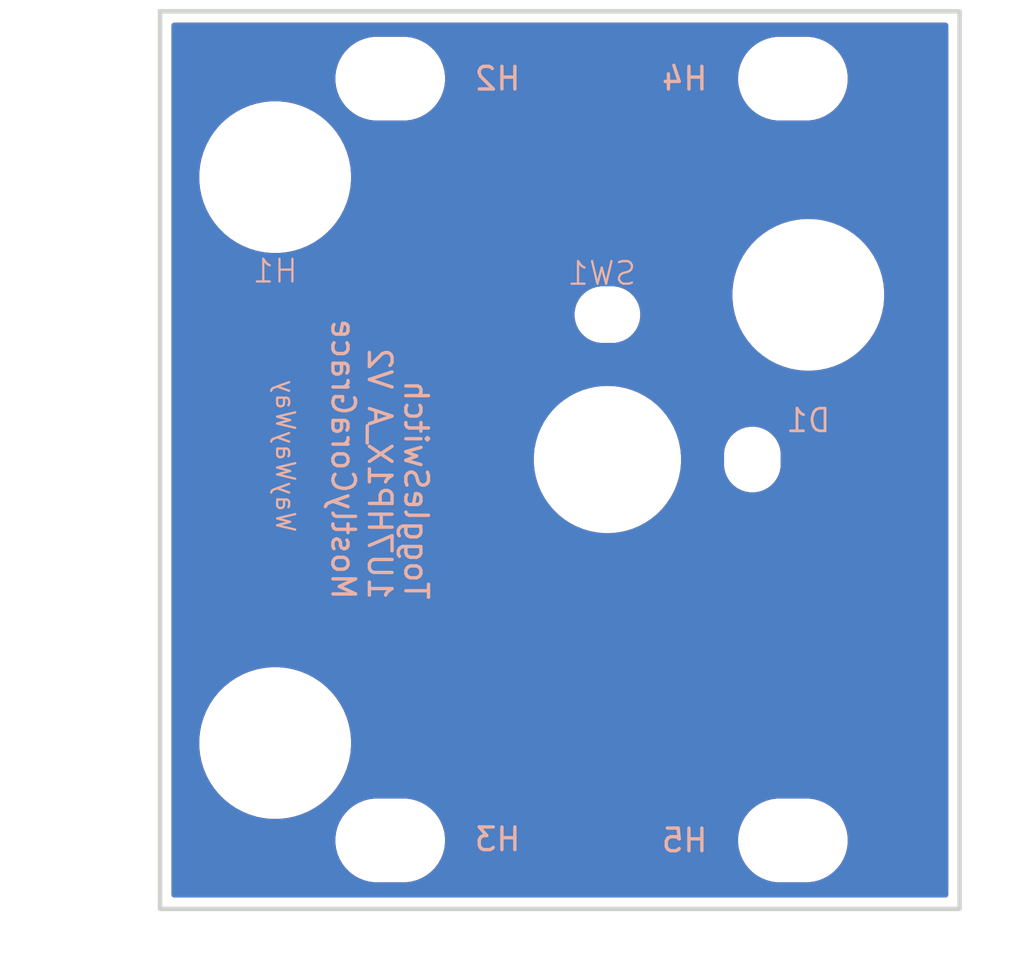
<source format=kicad_pcb>
(kicad_pcb (version 20241229) (generator "pcbnew") (generator_version "9.0")
  (layers (0 "F.Cu" signal) (2 "B.Cu" signal) (13 "F.Paste" user) (15 "B.Paste" user) (5 "F.SilkS" user "F.Silkscreen") (7 "B.SilkS" user "B.Silkscreen") (1 "F.Mask" user) (3 "B.Mask" user) (25 "Edge.Cuts" user))
  (net 0 "")
  (footprint "EXC:MountingHole_3.2mm_M3" (layer "F.Cu") (at 10.16 39.05)
    (property "Reference" "H3" (at 5.84 -0.05 0) (layer "B.SilkS") (effects (justify left mirror)))
    (property "Value" "Eurorack_M3_MountingHole")
    (pad "" np_thru_hole oval (at 0 0) (size 4.34 3.2) (drill oval 4.34 3.2) (layers "*.Cu" "*.Mask"))
  )
  (footprint "EXC:6mm_Panel_Mount_LED" (layer "F.Cu") (at 28.62 14.95)
    (property "Reference" "D1" (at 0 5.55 0) (layer "B.SilkS") (effects (font (thickness 0.125)) (justify mirror)))
    (property "Value" "6mm_Panel_Mount_LED")
    (pad "" np_thru_hole circle (at 0 0) (size 6.2 6.2) (drill 6.2) (layers "*.Cu" "*.Mask"))
  )
  (footprint "EXC:MountingHole_3.2mm_M3" (layer "F.Cu") (at 27.94 5.4)
    (property "Reference" "H4" (at -3.683 0 0) (layer "B.SilkS") (effects (justify left mirror)))
    (property "Value" "Eurorack_M3_MountingHole")
    (pad "" np_thru_hole oval (at 0 0) (size 4.34 3.2) (drill oval 4.34 3.2) (layers "*.Cu" "*.Mask"))
  )
  (footprint "EXC:Handle_1UM3P25_B" (layer "F.Cu") (at 5.08 9.75)
    (property "Reference" "H1" (at 0 4.15 0) (layer "B.SilkS") (effects (font (thickness 0.1)) (justify mirror)))
    (property "Value" "Handle_1UM3P25_PanelMount_B")
    (pad "" np_thru_hole circle (at 0 0) (size 6.2 6.2) (drill 6.2) (layers "*.Cu" "*.Mask"))
    (pad "" np_thru_hole circle (at 0 25) (size 6.2 6.2) (drill 6.2) (layers "*.Cu" "*.Mask"))
  )
  (footprint "EXC:MountingHole_3.2mm_M3" (layer "F.Cu") (at 10.16 5.4)
    (property "Reference" "H2" (at 5.84 0 0) (layer "B.SilkS") (effects (justify left mirror)))
    (property "Value" "Eurorack_M3_MountingHole")
    (pad "" np_thru_hole oval (at 0 0) (size 4.34 3.2) (drill oval 4.34 3.2) (layers "*.Cu" "*.Mask"))
  )
  (footprint "EXC:SW_SPDT_M6_Panel_Mount" (layer "F.Cu") (at 19.75 22.225)
    (property "Reference" "SW1" (at -0.25 -8.225 0) (layer "B.SilkS") (effects (font (thickness 0.1)) (justify mirror)))
    (property "Value" "SW_SPST_M6_MOUNT")
    (pad "" np_thru_hole oval (at 0 -6.4) (size 2.4 2) (drill oval 2.4 2) (layers "*.Cu" "*.Mask"))
    (pad "" np_thru_hole circle (at 0 0) (size 6 6) (drill 6) (layers "*.Cu" "*.Mask"))
    (pad "" np_thru_hole oval (at 6.4 0) (size 2 2.4) (drill oval 2 2.4) (layers "*.Cu" "*.Mask"))
  )
  (footprint "EXC:MountingHole_3.2mm_M3" (layer "F.Cu") (at 27.94 39.05)
    (property "Reference" "H5" (at -3.683 0 0) (layer "B.SilkS") (effects (justify left mirror)))
    (property "Value" "Eurorack_M3_MountingHole")
    (pad "" np_thru_hole oval (at 0 0) (size 4.34 3.2) (drill oval 4.34 3.2) (layers "*.Cu" "*.Mask"))
  )
  (gr_rect (start 0 2.425) (end 35.3 42.075) (stroke (width 0.2)) (fill no) (layer "Edge.Cuts"))
  (gr_text "WayWayWay" (at 6 25.5 270) (layer "B.SilkS") (effects (font (size 0.8 0.8) (thickness 0.1)) (justify left top mirror)))
  (gr_text "ToggleSwitch\n1U7HP1X_A V2\nMostlyCoraGrace" (at 7.5 28.5 270) (layer "B.SilkS") (effects (font (size 1 1)) (justify left bottom mirror)))
  (zone (net 0) (net_name "") (layer "F.Cu") (name "Filled.Front") (connect_pads (clearance 0.5)) (min_thickness 0.25) (fill yes (thermal_gap 0.5) (thermal_bridge_width 0.5) (island_removal_mode 1) (island_area_min 10))
    (polygon (pts (xy 0 2.5) (xy 35 2.5) (xy 35 42) (xy 0 42)))
  )
  (zone (net 0) (net_name "") (layer "B.Cu") (name "Filled.Back") (priority 1) (connect_pads (clearance 0.5)) (min_thickness 0.25) (fill yes (thermal_gap 0.5) (thermal_bridge_width 0.5) (island_removal_mode 1) (island_area_min 10))
    (polygon (pts (xy 0 2.5) (xy 35 2.5) (xy 35 42) (xy 0 42)))
  )
)
</source>
